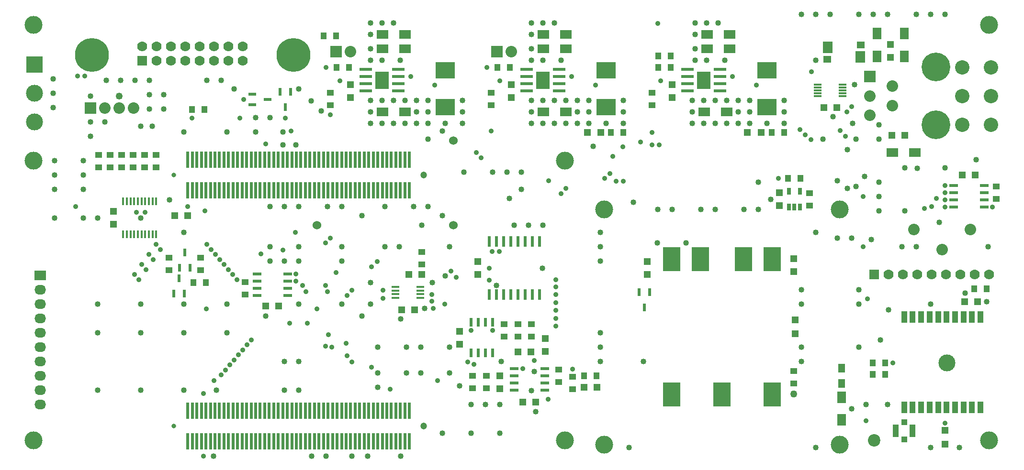
<source format=gbr>
G04 #@! TF.FileFunction,Soldermask,Top*
%FSLAX46Y46*%
G04 Gerber Fmt 4.6, Leading zero omitted, Abs format (unit mm)*
G04 Created by KiCad (PCBNEW (2015-12-09 BZR 6195)-product) date Tue Nov 28 20:34:32 2017*
%MOMM*%
G01*
G04 APERTURE LIST*
%ADD10C,0.100000*%
%ADD11C,1.016000*%
%ADD12R,1.000000X2.000000*%
%ADD13C,3.000000*%
%ADD14R,3.048000X4.191000*%
%ADD15C,3.175000*%
%ADD16R,1.778000X1.778000*%
%ADD17C,2.200000*%
%ADD18C,1.778000*%
%ADD19C,2.540000*%
%ADD20R,0.450000X1.450000*%
%ADD21R,1.600000X2.000000*%
%ADD22R,2.000000X1.600000*%
%ADD23C,5.080000*%
%ADD24R,3.400000X2.850000*%
%ADD25R,3.000000X3.000000*%
%ADD26C,2.040000*%
%ADD27R,2.040000X2.040000*%
%ADD28C,1.250000*%
%ADD29R,1.050000X2.200000*%
%ADD30R,1.000000X1.000000*%
%ADD31R,2.200000X0.500000*%
%ADD32R,2.400000X3.100000*%
%ADD33R,2.032000X2.032000*%
%ADD34O,2.032000X2.032000*%
%ADD35R,0.600000X1.550000*%
%ADD36R,1.550000X0.600000*%
%ADD37R,0.530000X1.980000*%
%ADD38R,1.397000X1.143000*%
%ADD39R,1.651000X2.006600*%
%ADD40R,1.450000X0.450000*%
%ADD41R,0.500000X3.000000*%
%ADD42C,1.200000*%
%ADD43C,0.800000*%
%ADD44R,1.400000X0.300000*%
%ADD45C,2.032000*%
%ADD46R,2.032000X1.727200*%
%ADD47O,2.032000X1.727200*%
%ADD48C,6.000000*%
%ADD49R,0.600000X1.400000*%
%ADD50R,1.400000X0.600000*%
%ADD51R,1.300000X1.000000*%
%ADD52R,1.000000X1.300000*%
%ADD53R,1.250000X1.300000*%
%ADD54R,1.300000X1.250000*%
%ADD55R,1.300000X1.500000*%
%ADD56R,0.700000X1.200000*%
%ADD57R,1.300000X1.200000*%
%ADD58R,1.200000X1.300000*%
%ADD59C,0.889000*%
%ADD60C,1.524000*%
%ADD61C,1.270000*%
G04 APERTURE END LIST*
D10*
D11*
X264160000Y-189230000D03*
X254000000Y-214630000D03*
X264922000Y-214630000D03*
X256540000Y-201168000D03*
X229870000Y-180340000D03*
X246380000Y-201168000D03*
D12*
X361842000Y-220727000D03*
X360342000Y-220727000D03*
X358842000Y-220727000D03*
X357342000Y-220727000D03*
X355842000Y-220727000D03*
X354342000Y-220727000D03*
X352842000Y-220727000D03*
X351342000Y-220727000D03*
X349842000Y-220727000D03*
X348342000Y-220727000D03*
X348342000Y-236727000D03*
X349842000Y-236727000D03*
X351342000Y-236727000D03*
X352842000Y-236727000D03*
X354342000Y-236727000D03*
X355842000Y-236727000D03*
X357342000Y-236727000D03*
X358842000Y-236727000D03*
X360342000Y-236727000D03*
X361842000Y-236727000D03*
D13*
X355892000Y-228927000D03*
D14*
X307213000Y-210502500D03*
X312293000Y-210502500D03*
X319913000Y-210502500D03*
X324993000Y-210502500D03*
X324993000Y-234505500D03*
X316103000Y-234505500D03*
X307213000Y-234505500D03*
D11*
X218440000Y-200025000D03*
X226695000Y-233680000D03*
X248920000Y-218440000D03*
X355600000Y-194310000D03*
D15*
X363347000Y-242570000D03*
D16*
X343027000Y-213217000D03*
D17*
X343027000Y-242570000D03*
D18*
X345567000Y-213217000D03*
X348107000Y-213217000D03*
X350647000Y-213217000D03*
X353187000Y-213217000D03*
X355727000Y-213217000D03*
X358267000Y-213217000D03*
X360807000Y-213217000D03*
X363347000Y-213217000D03*
D11*
X345440000Y-236220000D03*
X359156000Y-216535000D03*
X238506000Y-190246000D03*
X243459000Y-182499000D03*
X280670000Y-198120000D03*
X293370000Y-190500000D03*
X334010000Y-189230000D03*
X332740000Y-175260000D03*
X339598000Y-179578000D03*
X233680000Y-185420000D03*
X322580000Y-201676000D03*
X320040000Y-201676000D03*
X312420000Y-201676000D03*
X363220000Y-208280000D03*
X255270000Y-230632000D03*
X332740000Y-243840000D03*
X299720000Y-243840000D03*
X339090000Y-206756000D03*
X336550000Y-206756000D03*
X241300000Y-201168000D03*
X238760000Y-201168000D03*
X236220000Y-201168000D03*
X248920000Y-201168000D03*
X227584000Y-178816000D03*
X225044000Y-178816000D03*
X204470000Y-181610000D03*
X304673000Y-207645000D03*
X309753000Y-207645000D03*
X344170000Y-224790000D03*
X358140000Y-243840000D03*
X353060000Y-243840000D03*
X228600000Y-218440000D03*
X228600000Y-223520000D03*
X330200000Y-218440000D03*
X220980000Y-233680000D03*
X213360000Y-233680000D03*
X205740000Y-233680000D03*
X205740000Y-218440000D03*
X213360000Y-218440000D03*
X213360000Y-223520000D03*
X220980000Y-223520000D03*
X205740000Y-223520000D03*
X250698000Y-245364000D03*
X246126000Y-245364000D03*
X255270000Y-226060000D03*
X304800000Y-201676000D03*
X307340000Y-201676000D03*
X314960000Y-201676000D03*
X322571329Y-196858671D03*
D19*
X358648000Y-176530000D03*
X358648000Y-181610000D03*
X358648000Y-186690000D03*
X363728000Y-186690000D03*
X363728000Y-176530000D03*
D11*
X284353000Y-212090000D03*
X267970000Y-208280000D03*
X259080000Y-208280000D03*
X256540000Y-208280000D03*
X248920000Y-208280000D03*
X340360000Y-167132000D03*
X341630000Y-236220000D03*
X340360000Y-226060000D03*
X340360000Y-218440000D03*
X340360000Y-215900000D03*
X302260000Y-228600000D03*
X330200000Y-215900000D03*
X330200000Y-226060000D03*
X330200000Y-228600000D03*
X332740000Y-205740000D03*
X236220000Y-185420000D03*
X241300000Y-180340000D03*
X245237000Y-184277000D03*
X277114000Y-228600000D03*
X276860000Y-241300000D03*
X266700000Y-241300000D03*
X271780000Y-241300000D03*
X271780000Y-236220000D03*
X274320000Y-236220000D03*
X276860000Y-236220000D03*
X267970000Y-226060000D03*
X267970000Y-230632000D03*
X263525000Y-219202000D03*
X254000000Y-218440000D03*
X261620000Y-201168000D03*
X264160000Y-201168000D03*
X220980000Y-187960000D03*
X228600000Y-187960000D03*
X233680000Y-187960000D03*
X238506000Y-187960000D03*
X240792000Y-190246000D03*
X279400000Y-204470000D03*
X270510000Y-195072000D03*
X294640000Y-223520000D03*
X294640000Y-228600000D03*
X294640000Y-226060000D03*
X294640000Y-210820000D03*
X294640000Y-208280000D03*
X294640000Y-205740000D03*
X281940000Y-204470000D03*
X284480000Y-204470000D03*
X280670000Y-195072000D03*
X278130000Y-195072000D03*
X275590000Y-195072000D03*
X260350000Y-226060000D03*
X262890000Y-226060000D03*
X262890000Y-230632000D03*
X260350000Y-230632000D03*
X248920000Y-210820000D03*
X220980000Y-218440000D03*
X220980000Y-205740000D03*
X255270000Y-233172000D03*
X241300000Y-233680000D03*
X238760000Y-233680000D03*
X238760000Y-228600000D03*
X241300000Y-228600000D03*
X241300000Y-218440000D03*
X236220000Y-208280000D03*
X241300000Y-208280000D03*
X236220000Y-210820000D03*
X238760000Y-210820000D03*
X241300000Y-210820000D03*
X353060000Y-218440000D03*
X354584000Y-203962000D03*
X347980000Y-208280000D03*
X350520000Y-208280000D03*
X355600000Y-167132000D03*
X353060000Y-167132000D03*
X350520000Y-167132000D03*
X345440000Y-167132000D03*
X342900000Y-167132000D03*
X335280000Y-167132000D03*
X332740000Y-167132000D03*
X330200000Y-167132000D03*
X348488000Y-194310000D03*
X348488000Y-201930000D03*
X336550000Y-196596000D03*
X339852000Y-197612000D03*
X341376000Y-195834000D03*
X343916000Y-201930000D03*
X343916000Y-199390000D03*
X343916000Y-196850000D03*
X343916000Y-186690000D03*
X343916000Y-189230000D03*
X339852000Y-189230000D03*
X207264000Y-178816000D03*
X209804000Y-178816000D03*
X212344000Y-178816000D03*
X214884000Y-178816000D03*
X214884000Y-181356000D03*
X217424000Y-181356000D03*
X214884000Y-183896000D03*
X217424000Y-183896000D03*
X215392000Y-186944000D03*
X213360000Y-186944000D03*
X198120000Y-203200000D03*
X203200000Y-203200000D03*
X205740000Y-203200000D03*
X203200000Y-198120000D03*
X203200000Y-195580000D03*
X203200000Y-193040000D03*
X207010000Y-186182000D03*
X204470000Y-186182000D03*
X204470000Y-188722000D03*
X198120000Y-198120000D03*
X198120000Y-195580000D03*
X198120000Y-193040000D03*
X197866000Y-178562000D03*
X197866000Y-183642000D03*
D15*
X288315400Y-242570000D03*
X288315400Y-193040000D03*
X194335400Y-193040000D03*
X194335400Y-242570000D03*
D20*
X210224000Y-206128999D03*
X210874000Y-206128999D03*
X211524000Y-206128999D03*
X212174000Y-206128999D03*
X212824000Y-206128999D03*
X213474000Y-206128999D03*
X214124000Y-206128999D03*
X214774000Y-206128999D03*
X215424000Y-206128999D03*
X216074000Y-206128999D03*
X216074000Y-200228999D03*
X215424000Y-200228999D03*
X214774000Y-200228999D03*
X214124000Y-200228999D03*
X213474000Y-200228999D03*
X212824000Y-200228999D03*
X212174000Y-200228999D03*
X211524000Y-200228999D03*
X210874000Y-200228999D03*
X210224000Y-200228999D03*
D15*
X363347000Y-169037000D03*
D21*
X337312000Y-234982000D03*
X337312000Y-238982000D03*
D22*
X317468000Y-170688000D03*
X313468000Y-170688000D03*
X288512000Y-170688000D03*
X284512000Y-170688000D03*
X260064000Y-170688000D03*
X256064000Y-170688000D03*
X317468000Y-173228000D03*
X313468000Y-173228000D03*
X288512000Y-173228000D03*
X284512000Y-173228000D03*
X260064000Y-173228000D03*
X256064000Y-173228000D03*
X316960000Y-184404000D03*
X312960000Y-184404000D03*
X288512000Y-184404000D03*
X284512000Y-184404000D03*
X260064000Y-184404000D03*
X256064000Y-184404000D03*
D23*
X353974400Y-186753500D03*
X353974400Y-176466500D03*
D24*
X324104000Y-177065000D03*
X324104000Y-183615000D03*
X295656000Y-177065000D03*
X295656000Y-183615000D03*
X267208000Y-177065000D03*
X267208000Y-183615000D03*
D25*
X194564000Y-176022000D03*
D13*
X194564000Y-181102000D03*
X194564000Y-186182000D03*
D26*
X212090000Y-183769000D03*
X209550000Y-183769000D03*
D27*
X204470000Y-183769000D03*
D26*
X207010000Y-183769000D03*
D28*
X209550000Y-181609000D03*
D29*
X346886000Y-240919000D03*
X349836000Y-240919000D03*
D30*
X348361000Y-242419000D03*
X348361000Y-239419000D03*
D31*
X310053000Y-176911000D03*
X310053000Y-178181000D03*
X310053000Y-179451000D03*
X310053000Y-180721000D03*
X315803000Y-180721000D03*
X315803000Y-179451000D03*
X315803000Y-178181000D03*
X315803000Y-176911000D03*
D32*
X312928000Y-178816000D03*
D31*
X281605000Y-176911000D03*
X281605000Y-178181000D03*
X281605000Y-179451000D03*
X281605000Y-180721000D03*
X287355000Y-180721000D03*
X287355000Y-179451000D03*
X287355000Y-178181000D03*
X287355000Y-176911000D03*
D32*
X284480000Y-178816000D03*
D31*
X253157000Y-176911000D03*
X253157000Y-178181000D03*
X253157000Y-179451000D03*
X253157000Y-180721000D03*
X258907000Y-180721000D03*
X258907000Y-179451000D03*
X258907000Y-178181000D03*
X258907000Y-176911000D03*
D32*
X256032000Y-178816000D03*
D33*
X276352000Y-173736000D03*
D34*
X278892000Y-173736000D03*
D33*
X247904000Y-173736000D03*
D34*
X250444000Y-173736000D03*
D35*
X275590000Y-221709000D03*
X274320000Y-221709000D03*
X273050000Y-221709000D03*
X271780000Y-221709000D03*
X271780000Y-227109000D03*
X273050000Y-227109000D03*
X274320000Y-227109000D03*
X275590000Y-227109000D03*
D36*
X279367000Y-229870000D03*
X279367000Y-231140000D03*
X279367000Y-232410000D03*
X279367000Y-233680000D03*
X284767000Y-233680000D03*
X284767000Y-232410000D03*
X284767000Y-231140000D03*
X284767000Y-229870000D03*
X239301000Y-216916000D03*
X239301000Y-215646000D03*
X239301000Y-214376000D03*
X239301000Y-213106000D03*
X233901000Y-213106000D03*
X233901000Y-214376000D03*
X233901000Y-215646000D03*
X233901000Y-216916000D03*
X357091000Y-197485000D03*
X357091000Y-198755000D03*
X357091000Y-200025000D03*
X357091000Y-201295000D03*
X362491000Y-201295000D03*
X362491000Y-200025000D03*
X362491000Y-198755000D03*
X362491000Y-197485000D03*
D37*
X274955000Y-216775000D03*
X276225000Y-216775000D03*
X277495000Y-216775000D03*
X278765000Y-216775000D03*
X280035000Y-216775000D03*
X281305000Y-216775000D03*
X282575000Y-216775000D03*
X283845000Y-216775000D03*
X283845000Y-207405000D03*
X282575000Y-207405000D03*
X281305000Y-207405000D03*
X280035000Y-207405000D03*
X278765000Y-207405000D03*
X277495000Y-207405000D03*
X276225000Y-207405000D03*
X274955000Y-207405000D03*
D21*
X343535000Y-174593000D03*
X343535000Y-170593000D03*
D22*
X346234000Y-191643000D03*
X350234000Y-191643000D03*
D38*
X334708500Y-175133000D03*
X340677500Y-172593000D03*
D39*
X334835500Y-173024800D03*
X340550500Y-174701200D03*
D40*
X258404000Y-215433000D03*
X258404000Y-216083000D03*
X258404000Y-216733000D03*
X258404000Y-217383000D03*
X262804000Y-217383000D03*
X262804000Y-216733000D03*
X262804000Y-216083000D03*
X262804000Y-215433000D03*
D41*
X221647200Y-192892700D03*
X221647200Y-198292700D03*
X222447200Y-192892700D03*
X222447200Y-198292700D03*
X223247200Y-192892700D03*
X223247200Y-198292700D03*
X224047200Y-192892700D03*
X224047200Y-198292700D03*
X224847200Y-192892700D03*
X224847200Y-198292700D03*
X225647200Y-192892700D03*
X225647200Y-198292700D03*
X226447200Y-192892700D03*
X226447200Y-198292700D03*
X227247200Y-192892700D03*
X227247200Y-198292700D03*
X228047200Y-192892700D03*
X228047200Y-198292700D03*
X228847200Y-192892700D03*
X228847200Y-198292700D03*
X229647200Y-192892700D03*
X229647200Y-198292700D03*
X230447200Y-192892700D03*
X230447200Y-198292700D03*
X231247200Y-192892700D03*
X231247200Y-198292700D03*
X232047200Y-192892700D03*
X232047200Y-198292700D03*
X232847200Y-192892700D03*
X232847200Y-198292700D03*
X233647200Y-192892700D03*
X233647200Y-198292700D03*
X234447200Y-192892700D03*
X234447200Y-198292700D03*
X235247200Y-192892700D03*
X235247200Y-198292700D03*
X236047200Y-192892700D03*
X236047200Y-198292700D03*
X236847200Y-192892700D03*
X236847200Y-198292700D03*
X237647200Y-192892700D03*
X237647200Y-198292700D03*
X238447200Y-192892700D03*
X238447200Y-198292700D03*
X239247200Y-192892700D03*
X239247200Y-198292700D03*
X240047200Y-192892700D03*
X240047200Y-198292700D03*
X240847200Y-192892700D03*
X240847200Y-198292700D03*
X241647200Y-192892700D03*
X241647200Y-198292700D03*
X242447200Y-192892700D03*
X242447200Y-198292700D03*
X243247200Y-192892700D03*
X243247200Y-198292700D03*
X244047200Y-192892700D03*
X244047200Y-198292700D03*
X244847200Y-192892700D03*
X244847200Y-198292700D03*
X245647200Y-192892700D03*
X245647200Y-198292700D03*
X246447200Y-192892700D03*
X246447200Y-198292700D03*
X247247200Y-192892700D03*
X247247200Y-198292700D03*
X248047200Y-192892700D03*
X248047200Y-198292700D03*
X248847200Y-192892700D03*
X248847200Y-198292700D03*
X249647200Y-192892700D03*
X249647200Y-198292700D03*
X250447200Y-192892700D03*
X250447200Y-198292700D03*
X251247200Y-192892700D03*
X251247200Y-198292700D03*
X252047200Y-192892700D03*
X252047200Y-198292700D03*
X252847200Y-192892700D03*
X252847200Y-198292700D03*
X253647200Y-192892700D03*
X253647200Y-198292700D03*
X254447200Y-192892700D03*
X254447200Y-198292700D03*
X255247200Y-192892700D03*
X255247200Y-198292700D03*
X256047200Y-192892700D03*
X256047200Y-198292700D03*
X256847200Y-192892700D03*
X256847200Y-198292700D03*
X257647200Y-192892700D03*
X257647200Y-198292700D03*
X258447200Y-192892700D03*
X258447200Y-198292700D03*
X259247200Y-192892700D03*
X259247200Y-198292700D03*
X260047200Y-192892700D03*
X260047200Y-198292700D03*
X260847200Y-192892700D03*
X260847200Y-198292700D03*
D42*
X263347200Y-195592700D03*
D43*
X219147200Y-195592700D03*
D41*
X221647200Y-237342700D03*
X221647200Y-242742700D03*
X222447200Y-237342700D03*
X222447200Y-242742700D03*
X223247200Y-237342700D03*
X223247200Y-242742700D03*
X224047200Y-237342700D03*
X224047200Y-242742700D03*
X224847200Y-237342700D03*
X224847200Y-242742700D03*
X225647200Y-237342700D03*
X225647200Y-242742700D03*
X226447200Y-237342700D03*
X226447200Y-242742700D03*
X227247200Y-237342700D03*
X227247200Y-242742700D03*
X228047200Y-237342700D03*
X228047200Y-242742700D03*
X228847200Y-237342700D03*
X228847200Y-242742700D03*
X229647200Y-237342700D03*
X229647200Y-242742700D03*
X230447200Y-237342700D03*
X230447200Y-242742700D03*
X231247200Y-237342700D03*
X231247200Y-242742700D03*
X232047200Y-237342700D03*
X232047200Y-242742700D03*
X232847200Y-237342700D03*
X232847200Y-242742700D03*
X233647200Y-237342700D03*
X233647200Y-242742700D03*
X234447200Y-237342700D03*
X234447200Y-242742700D03*
X235247200Y-237342700D03*
X235247200Y-242742700D03*
X236047200Y-237342700D03*
X236047200Y-242742700D03*
X236847200Y-237342700D03*
X236847200Y-242742700D03*
X237647200Y-237342700D03*
X237647200Y-242742700D03*
X238447200Y-237342700D03*
X238447200Y-242742700D03*
X239247200Y-237342700D03*
X239247200Y-242742700D03*
X240047200Y-237342700D03*
X240047200Y-242742700D03*
X240847200Y-237342700D03*
X240847200Y-242742700D03*
X241647200Y-237342700D03*
X241647200Y-242742700D03*
X242447200Y-237342700D03*
X242447200Y-242742700D03*
X243247200Y-237342700D03*
X243247200Y-242742700D03*
X244047200Y-237342700D03*
X244047200Y-242742700D03*
X244847200Y-237342700D03*
X244847200Y-242742700D03*
X245647200Y-237342700D03*
X245647200Y-242742700D03*
X246447200Y-237342700D03*
X246447200Y-242742700D03*
X247247200Y-237342700D03*
X247247200Y-242742700D03*
X248047200Y-237342700D03*
X248047200Y-242742700D03*
X248847200Y-237342700D03*
X248847200Y-242742700D03*
X249647200Y-237342700D03*
X249647200Y-242742700D03*
X250447200Y-237342700D03*
X250447200Y-242742700D03*
X251247200Y-237342700D03*
X251247200Y-242742700D03*
X252047200Y-237342700D03*
X252047200Y-242742700D03*
X252847200Y-237342700D03*
X252847200Y-242742700D03*
X253647200Y-237342700D03*
X253647200Y-242742700D03*
X254447200Y-237342700D03*
X254447200Y-242742700D03*
X255247200Y-237342700D03*
X255247200Y-242742700D03*
X256047200Y-237342700D03*
X256047200Y-242742700D03*
X256847200Y-237342700D03*
X256847200Y-242742700D03*
X257647200Y-237342700D03*
X257647200Y-242742700D03*
X258447200Y-237342700D03*
X258447200Y-242742700D03*
X259247200Y-237342700D03*
X259247200Y-242742700D03*
X260047200Y-237342700D03*
X260047200Y-242742700D03*
X260847200Y-237342700D03*
X260847200Y-242742700D03*
D42*
X263347200Y-240042700D03*
D43*
X219147200Y-240042700D03*
D15*
X194335400Y-169037000D03*
D44*
X333080000Y-179644800D03*
X333080000Y-180144800D03*
X333080000Y-180644800D03*
X333080000Y-181144800D03*
X333080000Y-181644800D03*
X337480000Y-181644800D03*
X337480000Y-181144800D03*
X337480000Y-180644800D03*
X337480000Y-180144800D03*
X337480000Y-179644800D03*
D15*
X336931000Y-243332000D03*
X295275000Y-243332000D03*
X295275000Y-201676000D03*
X336931000Y-201676000D03*
D11*
X197866000Y-181102000D03*
D19*
X363728000Y-181610000D03*
D45*
X342239600Y-181610000D03*
D33*
X342239600Y-178206400D03*
D45*
X342239600Y-185013600D03*
X346240100Y-183311800D03*
X346240100Y-179908200D03*
D46*
X195580000Y-213360000D03*
D47*
X195580000Y-215900000D03*
X195580000Y-218440000D03*
X195580000Y-220980000D03*
X195580000Y-223520000D03*
X195580000Y-226060000D03*
X195580000Y-228600000D03*
X195580000Y-231140000D03*
X195580000Y-233680000D03*
X195580000Y-236220000D03*
D21*
X348361000Y-174593000D03*
X348361000Y-170593000D03*
D26*
X355092000Y-208832000D03*
X350092000Y-205232000D03*
X360092000Y-205232000D03*
D48*
X204704000Y-174387000D03*
X240304000Y-174387000D03*
D16*
X213614000Y-175387000D03*
D18*
X213614000Y-172847000D03*
X216154000Y-175387000D03*
X216154000Y-172847000D03*
X218694000Y-175387000D03*
X218694000Y-172847000D03*
X221234000Y-175387000D03*
X221234000Y-172847000D03*
X223774000Y-175387000D03*
X223774000Y-172847000D03*
X226314000Y-175387000D03*
X226314000Y-172847000D03*
X228854000Y-175387000D03*
X228854000Y-172847000D03*
X231394000Y-175387000D03*
X231394000Y-172847000D03*
D49*
X219141000Y-216615000D03*
X221041000Y-216615000D03*
X220091000Y-213915000D03*
X220157000Y-212043000D03*
X222057000Y-212043000D03*
X221107000Y-209343000D03*
D50*
X233092000Y-181295000D03*
X233092000Y-183195000D03*
X235792000Y-182245000D03*
D49*
X239837000Y-180895000D03*
X237937000Y-180895000D03*
X238887000Y-183595000D03*
D51*
X272034000Y-231183000D03*
X272034000Y-233383000D03*
X274447000Y-233383000D03*
X274447000Y-231183000D03*
X263017000Y-211412000D03*
X263017000Y-209212000D03*
X277622000Y-222039000D03*
X277622000Y-224239000D03*
X280035000Y-224239000D03*
X280035000Y-222039000D03*
X282448000Y-224239000D03*
X282448000Y-222039000D03*
X331597000Y-200998000D03*
X331597000Y-198798000D03*
D52*
X330030000Y-196215000D03*
X327830000Y-196215000D03*
D51*
X287274000Y-232240000D03*
X287274000Y-230040000D03*
X289687000Y-231310000D03*
X289687000Y-233510000D03*
D52*
X291762000Y-231140000D03*
X293962000Y-231140000D03*
X342816000Y-228854000D03*
X345016000Y-228854000D03*
X345016000Y-230886000D03*
X342816000Y-230886000D03*
X360723000Y-215773000D03*
X362923000Y-215773000D03*
D51*
X207899000Y-194267000D03*
X207899000Y-192067000D03*
X209931000Y-194267000D03*
X209931000Y-192067000D03*
X211963000Y-194267000D03*
X211963000Y-192067000D03*
X213995000Y-194267000D03*
X213995000Y-192067000D03*
X205867000Y-194267000D03*
X205867000Y-192067000D03*
D52*
X222420000Y-184023000D03*
X224620000Y-184023000D03*
X224874000Y-214630000D03*
X222674000Y-214630000D03*
D51*
X218313000Y-210228000D03*
X218313000Y-212428000D03*
X223901000Y-212428000D03*
X223901000Y-210228000D03*
X216027000Y-194267000D03*
X216027000Y-192067000D03*
D52*
X304843000Y-174498000D03*
X307043000Y-174498000D03*
X304843000Y-176530000D03*
X307043000Y-176530000D03*
X276395000Y-176530000D03*
X278595000Y-176530000D03*
X247947000Y-176530000D03*
X250147000Y-176530000D03*
D51*
X303784000Y-181018000D03*
X303784000Y-183218000D03*
X275336000Y-181018000D03*
X275336000Y-183218000D03*
X246888000Y-181018000D03*
X246888000Y-183218000D03*
D52*
X247861000Y-170942000D03*
X245661000Y-170942000D03*
D49*
X303337000Y-216328000D03*
X301437000Y-216328000D03*
X302387000Y-219028000D03*
D53*
X272923000Y-210940000D03*
X272923000Y-213240000D03*
D54*
X358641000Y-195580000D03*
X360941000Y-195580000D03*
X237751000Y-218821000D03*
X235451000Y-218821000D03*
D53*
X250444000Y-181871000D03*
X250444000Y-179571000D03*
X278892000Y-181871000D03*
X278892000Y-179571000D03*
X307340000Y-181871000D03*
X307340000Y-179571000D03*
D54*
X219322000Y-202819000D03*
X221622000Y-202819000D03*
D53*
X208534000Y-204350000D03*
X208534000Y-202050000D03*
D54*
X359022000Y-218059000D03*
X361322000Y-218059000D03*
D53*
X326263000Y-201048000D03*
X326263000Y-198748000D03*
D54*
X291712000Y-233172000D03*
X294012000Y-233172000D03*
X348495000Y-188595000D03*
X346195000Y-188595000D03*
D53*
X345948000Y-172459000D03*
X345948000Y-174759000D03*
X328803000Y-212732000D03*
X328803000Y-210432000D03*
X302895000Y-210940000D03*
X302895000Y-213240000D03*
D54*
X334130000Y-183642000D03*
X336430000Y-183642000D03*
D53*
X284861000Y-224529000D03*
X284861000Y-226829000D03*
D54*
X282328000Y-226949000D03*
X280028000Y-226949000D03*
D53*
X269748000Y-223259000D03*
X269748000Y-225559000D03*
D54*
X260724000Y-213233000D03*
X263024000Y-213233000D03*
D53*
X276860000Y-233433000D03*
X276860000Y-231133000D03*
D54*
X261754000Y-219456000D03*
X259454000Y-219456000D03*
X280917000Y-235839000D03*
X283217000Y-235839000D03*
D55*
X337312000Y-229790000D03*
X337312000Y-232490000D03*
D56*
X327980000Y-201298000D03*
X328930000Y-201298000D03*
X329880000Y-201298000D03*
X329880000Y-198498000D03*
X327980000Y-198498000D03*
D57*
X329057000Y-221304000D03*
X329057000Y-223704000D03*
X355600000Y-243262000D03*
X355600000Y-240862000D03*
D58*
X320618000Y-188087000D03*
X323018000Y-188087000D03*
X292297000Y-188087000D03*
X294697000Y-188087000D03*
D51*
X328803000Y-230294000D03*
X328803000Y-232494000D03*
D52*
X324909000Y-188087000D03*
X327109000Y-188087000D03*
X296461000Y-188087000D03*
X298661000Y-188087000D03*
D51*
X231775000Y-214546000D03*
X231775000Y-216746000D03*
X364617000Y-199855000D03*
X364617000Y-197655000D03*
D11*
X339090000Y-236982000D03*
X269748000Y-232918000D03*
X283210000Y-237490000D03*
X282956056Y-230378000D03*
X282448000Y-233807006D03*
X286512000Y-168656000D03*
X284480000Y-168656000D03*
X282448000Y-168656000D03*
X314960000Y-186436000D03*
X312928000Y-186436000D03*
X310896000Y-186436000D03*
X286512000Y-186436000D03*
X284480000Y-186436000D03*
X282448000Y-186436000D03*
X254000000Y-186436000D03*
X256032000Y-186436000D03*
X258064000Y-186436000D03*
X315468000Y-168656000D03*
X313436000Y-168656000D03*
X311404000Y-168656000D03*
X311404000Y-170688000D03*
X313436000Y-175260000D03*
X311404000Y-175260000D03*
X311404000Y-173228000D03*
X314960000Y-182372000D03*
X312928000Y-182372000D03*
X310896000Y-182372000D03*
X310896000Y-184404000D03*
X286512000Y-182372000D03*
X284480000Y-182372000D03*
X282448000Y-182372000D03*
X282448000Y-184404000D03*
X282448000Y-170688000D03*
X284480000Y-175260000D03*
X282448000Y-175260000D03*
X282448000Y-173228000D03*
X254000000Y-168655992D03*
X258064000Y-168656000D03*
X256032000Y-168656000D03*
X254000000Y-170688000D03*
X256032000Y-175260000D03*
X254000000Y-175260000D03*
X254000000Y-173228000D03*
X258064000Y-182372000D03*
X256032000Y-182372000D03*
X254000000Y-182372000D03*
X254000000Y-184404000D03*
X361061000Y-192913000D03*
X267208000Y-213487000D03*
X300482000Y-200406000D03*
X338328000Y-191135000D03*
X235458000Y-220599000D03*
X266700000Y-187833000D03*
D59*
X275336000Y-187833000D03*
D11*
X253492000Y-245364000D03*
X259334000Y-245364000D03*
X338328000Y-197993000D03*
X259334000Y-221107000D03*
X252476006Y-202818980D03*
X266700000Y-202818980D03*
X213360000Y-203200000D03*
X324739000Y-199898000D03*
X298704000Y-182372000D03*
X298704000Y-184404000D03*
X298704000Y-186436000D03*
X292608000Y-182372000D03*
X292608000Y-184404000D03*
X292608000Y-186436000D03*
X295656000Y-186436000D03*
X288544000Y-186436000D03*
X290576000Y-186436000D03*
X288544000Y-182372000D03*
X290576000Y-182372000D03*
X290576000Y-184404000D03*
X276225000Y-215138000D03*
X252476000Y-220598978D03*
X263017000Y-204470000D03*
D60*
X268605000Y-204470000D03*
X244475000Y-204470000D03*
D59*
X244475000Y-219329000D03*
X224917000Y-219329000D03*
D60*
X268605000Y-189484000D03*
D59*
X303784000Y-188087000D03*
D11*
X243586000Y-245364000D03*
X226187020Y-245364000D03*
X335788000Y-185293001D03*
X324104000Y-186436000D03*
X327152000Y-186436000D03*
X327152000Y-184404000D03*
X327152000Y-182372000D03*
X316992000Y-186436000D03*
X319024000Y-186436000D03*
X321056000Y-182372000D03*
X321056000Y-184404000D03*
X321056000Y-186436000D03*
X316992000Y-182372000D03*
X319024000Y-182372000D03*
X319024000Y-184404000D03*
X339217000Y-186436000D03*
X342519000Y-207010010D03*
X345567000Y-219456006D03*
D59*
X318008000Y-178181000D03*
X322199000Y-179705000D03*
X289560000Y-178181000D03*
X293751000Y-179705000D03*
X261112000Y-178181000D03*
X265303000Y-179705000D03*
X305308000Y-178943000D03*
X276860000Y-178943000D03*
X246888000Y-184912000D03*
D11*
X270256000Y-182372000D03*
X270256000Y-184404000D03*
X270256000Y-186436000D03*
X264160000Y-182372000D03*
X264160000Y-184404000D03*
X264160000Y-186436000D03*
X267208000Y-186436000D03*
X260096000Y-182372000D03*
X262128000Y-182372000D03*
X260096000Y-186436000D03*
X262128000Y-186436000D03*
X262128000Y-184404000D03*
D59*
X248539000Y-178943000D03*
X256159000Y-217424000D03*
X249808994Y-216916000D03*
X256159000Y-216027000D03*
X250698000Y-216027000D03*
X326136000Y-196215000D03*
X238506006Y-208915000D03*
X257429000Y-233553000D03*
X341630000Y-239141000D03*
X222377000Y-185547000D03*
X304800000Y-168783000D03*
X202184000Y-178054000D03*
X272669000Y-191643000D03*
X238887000Y-185547000D03*
X274574000Y-176530000D03*
X246126000Y-176530000D03*
X235458000Y-190119006D03*
X224663000Y-201930000D03*
X231521000Y-182245000D03*
X301752000Y-189738000D03*
X273558000Y-192532000D03*
X239903000Y-187833000D03*
X226314000Y-232029000D03*
X265811000Y-232029000D03*
X255143000Y-210947000D03*
X276733000Y-209169000D03*
X254127000Y-211836000D03*
X275463000Y-209169000D03*
X246888000Y-206756000D03*
X246380000Y-216281000D03*
X242570000Y-216281000D03*
X355600000Y-197485000D03*
X245999000Y-207645000D03*
X245999000Y-215138000D03*
X241935000Y-215138000D03*
X355600000Y-198755000D03*
X297434000Y-196723000D03*
X247142000Y-226060000D03*
X351917000Y-201549000D03*
X286766000Y-220980000D03*
X295402000Y-196215000D03*
X245999000Y-225933000D03*
X286766000Y-219583000D03*
X353187000Y-201168000D03*
X285496000Y-196596000D03*
X329946000Y-187579000D03*
X298577000Y-190627000D03*
X240665000Y-205740000D03*
X331978004Y-177292000D03*
X271780000Y-223139000D03*
X249809000Y-227584000D03*
X250698000Y-228727000D03*
X271145000Y-228727000D03*
X254127000Y-229616000D03*
X272288000Y-229108000D03*
X298704000Y-196723000D03*
X249682000Y-225425000D03*
X286765994Y-222377000D03*
X341122000Y-208280000D03*
X341122002Y-199390000D03*
X296291000Y-195326000D03*
X246507000Y-223901000D03*
X286766000Y-218186000D03*
X354076000Y-199771000D03*
D11*
X278511000Y-199771000D03*
X350647000Y-194437000D03*
D59*
X230886000Y-185547000D03*
X213487000Y-211455000D03*
X228092000Y-211455000D03*
X215519000Y-210566000D03*
X227330000Y-210566000D03*
X214757000Y-209677000D03*
X226568000Y-209677000D03*
X216789000Y-208788000D03*
X225806000Y-208788000D03*
X230378000Y-214122000D03*
X212979000Y-214122000D03*
X285369000Y-235331000D03*
X280923990Y-229870000D03*
X282956000Y-228473000D03*
X305054000Y-190246000D03*
X330835000Y-188468000D03*
X303784000Y-190246000D03*
X331851000Y-189357000D03*
D11*
X362966006Y-218059000D03*
D59*
X287655000Y-198882000D03*
X264795000Y-216789000D03*
X286766000Y-215392000D03*
X337947000Y-188722000D03*
X339090000Y-183515000D03*
X275590000Y-223138996D03*
X288544000Y-197993000D03*
X264795000Y-217932000D03*
X286766000Y-216789000D03*
X337058006Y-187706000D03*
X338201000Y-184404000D03*
X240792000Y-214376000D03*
X240792000Y-213106000D03*
X355600000Y-200024990D03*
X355600000Y-201294994D03*
X289687000Y-229997000D03*
D61*
X328803000Y-234422000D03*
D11*
X259207000Y-175260000D03*
X316611000Y-175260000D03*
X287655000Y-175260000D03*
D59*
X203454000Y-178054000D03*
X201803000Y-201168000D03*
X221615000Y-201167984D03*
X228854000Y-212344000D03*
X214249000Y-212344000D03*
X212217000Y-213233000D03*
X229616000Y-213233000D03*
X214122000Y-202184000D03*
X212598000Y-202184000D03*
X232918000Y-224790000D03*
X232156000Y-225679004D03*
X231394000Y-226568000D03*
X230632000Y-227457000D03*
X229870002Y-228345998D03*
X229108001Y-229234999D03*
X228346000Y-230124000D03*
X227584008Y-231013000D03*
X216027000Y-207899000D03*
X225044000Y-207899000D03*
X224409000Y-245364000D03*
X224409000Y-234315000D03*
X239649000Y-221869000D03*
X269113000Y-213741000D03*
X267081000Y-218440000D03*
X274955000Y-214248990D03*
X341884000Y-217551000D03*
X346329000Y-228854000D03*
X355600000Y-239522000D03*
X234569000Y-209550000D03*
X296799000Y-192278000D03*
X247904000Y-212852000D03*
X363982000Y-201295000D03*
X286766000Y-214122000D03*
X242824000Y-221869000D03*
X265049000Y-219202000D03*
X268224000Y-212598000D03*
X274955000Y-212090000D03*
M02*

</source>
